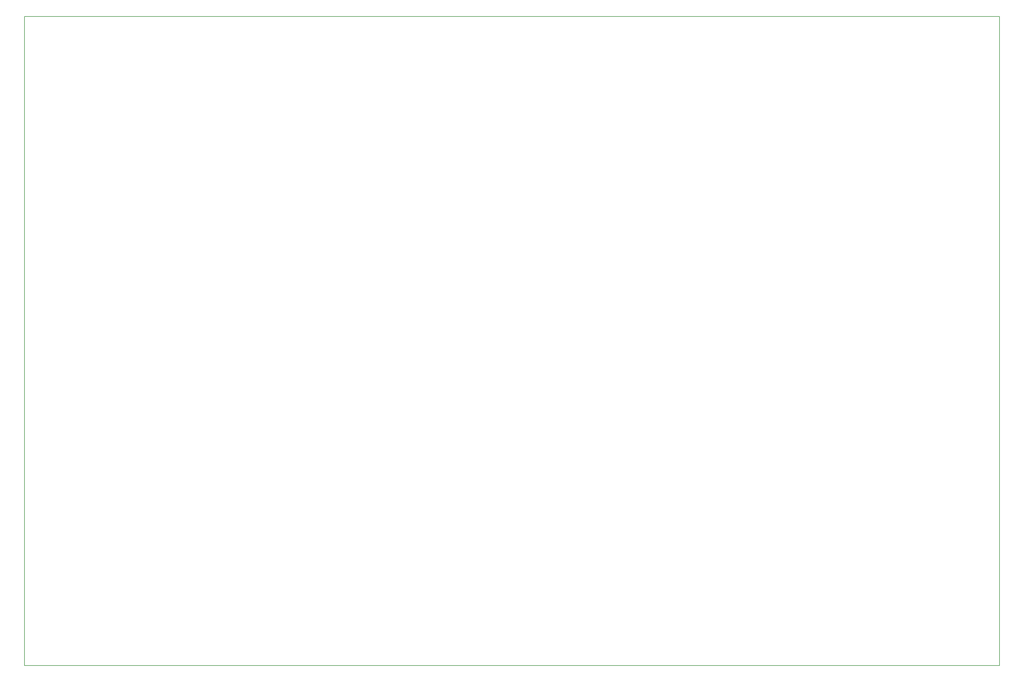
<source format=gbr>
%FSLAX33Y33*%
%MOMM*%
G04 EasyPC Gerber Version 17.0 Build 3379 *
%ADD14C,0.12700*%
X0Y0D02*
D02*
D14*
X64Y64D02*
X300064D01*
Y200064*
X64*
Y64*
X0Y0D02*
M02*

</source>
